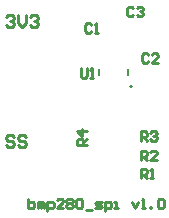
<source format=gto>
G04 Layer_Color=15132400*
%FSLAX25Y25*%
%MOIN*%
G70*
G01*
G75*
%ADD16C,0.01000*%
%ADD20C,0.00787*%
D16*
X153633Y313166D02*
X153100Y313699D01*
X152033D01*
X151500Y313166D01*
Y311033D01*
X152033Y310500D01*
X153100D01*
X153633Y311033D01*
X154699Y310500D02*
X155765D01*
X155232D01*
Y313699D01*
X154699Y313166D01*
X172633Y303166D02*
X172099Y303699D01*
X171033D01*
X170500Y303166D01*
Y301033D01*
X171033Y300500D01*
X172099D01*
X172633Y301033D01*
X175832Y300500D02*
X173699D01*
X175832Y302633D01*
Y303166D01*
X175299Y303699D01*
X174232D01*
X173699Y303166D01*
X167633Y318666D02*
X167099Y319199D01*
X166033D01*
X165500Y318666D01*
Y316533D01*
X166033Y316000D01*
X167099D01*
X167633Y316533D01*
X168699Y318666D02*
X169232Y319199D01*
X170299D01*
X170832Y318666D01*
Y318133D01*
X170299Y317600D01*
X169765D01*
X170299D01*
X170832Y317066D01*
Y316533D01*
X170299Y316000D01*
X169232D01*
X168699Y316533D01*
X170000Y262000D02*
Y265199D01*
X171599D01*
X172133Y264666D01*
Y263599D01*
X171599Y263066D01*
X170000D01*
X171066D02*
X172133Y262000D01*
X173199D02*
X174265D01*
X173732D01*
Y265199D01*
X173199Y264666D01*
X150000Y298699D02*
Y296033D01*
X150533Y295500D01*
X151600D01*
X152133Y296033D01*
Y298699D01*
X153199Y295500D02*
X154265D01*
X153732D01*
Y298699D01*
X153199Y298166D01*
X152000Y273000D02*
X148801D01*
Y274600D01*
X149334Y275133D01*
X150400D01*
X150934Y274600D01*
Y273000D01*
Y274066D02*
X152000Y275133D01*
Y277799D02*
X148801D01*
X150400Y276199D01*
Y278332D01*
X170000Y274500D02*
Y277699D01*
X171599D01*
X172133Y277166D01*
Y276099D01*
X171599Y275566D01*
X170000D01*
X171066D02*
X172133Y274500D01*
X173199Y277166D02*
X173732Y277699D01*
X174799D01*
X175332Y277166D01*
Y276633D01*
X174799Y276099D01*
X174265D01*
X174799D01*
X175332Y275566D01*
Y275033D01*
X174799Y274500D01*
X173732D01*
X173199Y275033D01*
X170000Y268000D02*
Y271199D01*
X171599D01*
X172133Y270666D01*
Y269600D01*
X171599Y269066D01*
X170000D01*
X171066D02*
X172133Y268000D01*
X175332D02*
X173199D01*
X175332Y270133D01*
Y270666D01*
X174799Y271199D01*
X173732D01*
X173199Y270666D01*
X127666Y275832D02*
X126999Y276499D01*
X125666D01*
X125000Y275832D01*
Y275166D01*
X125666Y274499D01*
X126999D01*
X127666Y273833D01*
Y273166D01*
X126999Y272500D01*
X125666D01*
X125000Y273166D01*
X131665Y275832D02*
X130998Y276499D01*
X129665D01*
X128999Y275832D01*
Y275166D01*
X129665Y274499D01*
X130998D01*
X131665Y273833D01*
Y273166D01*
X130998Y272500D01*
X129665D01*
X128999Y273166D01*
X125000Y315832D02*
X125666Y316499D01*
X126999D01*
X127666Y315832D01*
Y315166D01*
X126999Y314499D01*
X126333D01*
X126999D01*
X127666Y313833D01*
Y313166D01*
X126999Y312500D01*
X125666D01*
X125000Y313166D01*
X128999Y316499D02*
Y313833D01*
X130332Y312500D01*
X131665Y313833D01*
Y316499D01*
X132997Y315832D02*
X133664Y316499D01*
X134997D01*
X135663Y315832D01*
Y315166D01*
X134997Y314499D01*
X134330D01*
X134997D01*
X135663Y313833D01*
Y313166D01*
X134997Y312500D01*
X133664D01*
X132997Y313166D01*
X132500Y255199D02*
Y252000D01*
X134099D01*
X134633Y252533D01*
Y253066D01*
Y253600D01*
X134099Y254133D01*
X132500D01*
X135699Y252000D02*
Y254133D01*
X136232D01*
X136765Y253600D01*
Y252000D01*
Y253600D01*
X137299Y254133D01*
X137832Y253600D01*
Y252000D01*
X138898Y250934D02*
Y254133D01*
X140497D01*
X141031Y253600D01*
Y252533D01*
X140497Y252000D01*
X138898D01*
X144229D02*
X142097D01*
X144229Y254133D01*
Y254666D01*
X143696Y255199D01*
X142630D01*
X142097Y254666D01*
X145296D02*
X145829Y255199D01*
X146895D01*
X147429Y254666D01*
Y254133D01*
X146895Y253600D01*
X147429Y253066D01*
Y252533D01*
X146895Y252000D01*
X145829D01*
X145296Y252533D01*
Y253066D01*
X145829Y253600D01*
X145296Y254133D01*
Y254666D01*
X145829Y253600D02*
X146895D01*
X148495Y254666D02*
X149028Y255199D01*
X150094D01*
X150628Y254666D01*
Y252533D01*
X150094Y252000D01*
X149028D01*
X148495Y252533D01*
Y254666D01*
X151694Y251467D02*
X153826D01*
X154893Y252000D02*
X156492D01*
X157025Y252533D01*
X156492Y253066D01*
X155426D01*
X154893Y253600D01*
X155426Y254133D01*
X157025D01*
X158092Y250934D02*
Y254133D01*
X159691D01*
X160224Y253600D01*
Y252533D01*
X159691Y252000D01*
X158092D01*
X161291D02*
X162357D01*
X161824D01*
Y254133D01*
X161291D01*
X167156D02*
X168222Y252000D01*
X169288Y254133D01*
X170354Y252000D02*
X171421D01*
X170888D01*
Y255199D01*
X170354Y254666D01*
X173020Y252000D02*
Y252533D01*
X173553D01*
Y252000D01*
X173020D01*
X175686Y254666D02*
X176219Y255199D01*
X177286D01*
X177819Y254666D01*
Y252533D01*
X177286Y252000D01*
X176219D01*
X175686Y252533D01*
Y254666D01*
D20*
X167201Y292579D02*
G03*
X167201Y292579I-394J0D01*
G01*
X165921Y296516D02*
Y298484D01*
X156079Y296516D02*
Y298484D01*
M02*

</source>
